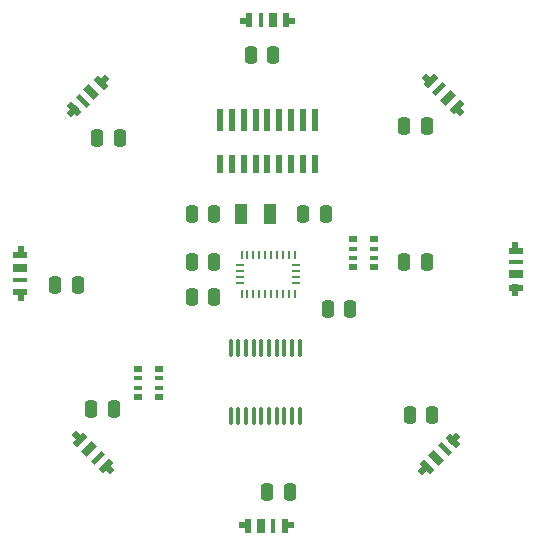
<source format=gbr>
%TF.GenerationSoftware,KiCad,Pcbnew,8.0.0*%
%TF.CreationDate,2024-05-13T13:59:27-05:00*%
%TF.ProjectId,GaussMouse_Sensor,47617573-734d-46f7-9573-655f53656e73,rev?*%
%TF.SameCoordinates,Original*%
%TF.FileFunction,Paste,Top*%
%TF.FilePolarity,Positive*%
%FSLAX46Y46*%
G04 Gerber Fmt 4.6, Leading zero omitted, Abs format (unit mm)*
G04 Created by KiCad (PCBNEW 8.0.0) date 2024-05-13 13:59:27*
%MOMM*%
%LPD*%
G01*
G04 APERTURE LIST*
G04 Aperture macros list*
%AMRoundRect*
0 Rectangle with rounded corners*
0 $1 Rounding radius*
0 $2 $3 $4 $5 $6 $7 $8 $9 X,Y pos of 4 corners*
0 Add a 4 corners polygon primitive as box body*
4,1,4,$2,$3,$4,$5,$6,$7,$8,$9,$2,$3,0*
0 Add four circle primitives for the rounded corners*
1,1,$1+$1,$2,$3*
1,1,$1+$1,$4,$5*
1,1,$1+$1,$6,$7*
1,1,$1+$1,$8,$9*
0 Add four rect primitives between the rounded corners*
20,1,$1+$1,$2,$3,$4,$5,0*
20,1,$1+$1,$4,$5,$6,$7,0*
20,1,$1+$1,$6,$7,$8,$9,0*
20,1,$1+$1,$8,$9,$2,$3,0*%
%AMRotRect*
0 Rectangle, with rotation*
0 The origin of the aperture is its center*
0 $1 length*
0 $2 width*
0 $3 Rotation angle, in degrees counterclockwise*
0 Add horizontal line*
21,1,$1,$2,0,0,$3*%
G04 Aperture macros list end*
%ADD10R,0.600000X1.650000*%
%ADD11R,0.600000X1.850000*%
%ADD12R,1.000000X1.800000*%
%ADD13RoundRect,0.100000X-0.100000X0.637500X-0.100000X-0.637500X0.100000X-0.637500X0.100000X0.637500X0*%
%ADD14R,0.254000X0.675000*%
%ADD15R,0.675000X0.254000*%
%ADD16R,0.800000X0.500000*%
%ADD17R,0.800000X0.400000*%
%ADD18RotRect,1.000000X0.550000X225.000000*%
%ADD19RotRect,0.550000X1.200000X225.000000*%
%ADD20RotRect,0.700000X1.200000X225.000000*%
%ADD21RotRect,0.450000X1.200000X225.000000*%
%ADD22R,1.000000X0.550000*%
%ADD23R,0.550000X1.200000*%
%ADD24R,0.700000X1.200000*%
%ADD25R,0.450000X1.200000*%
%ADD26RotRect,1.000000X0.550000X135.000000*%
%ADD27RotRect,0.550000X1.200000X135.000000*%
%ADD28RotRect,0.450000X1.200000X135.000000*%
%ADD29RotRect,0.700000X1.200000X135.000000*%
%ADD30R,0.550000X1.000000*%
%ADD31R,1.200000X0.550000*%
%ADD32R,1.200000X0.700000*%
%ADD33R,1.200000X0.450000*%
%ADD34RotRect,1.000000X0.550000X45.000000*%
%ADD35RotRect,0.550000X1.200000X45.000000*%
%ADD36RotRect,0.450000X1.200000X45.000000*%
%ADD37RotRect,0.700000X1.200000X45.000000*%
%ADD38RotRect,1.000000X0.550000X315.000000*%
%ADD39RotRect,0.550000X1.200000X315.000000*%
%ADD40RotRect,0.700000X1.200000X315.000000*%
%ADD41RotRect,0.450000X1.200000X315.000000*%
%ADD42RoundRect,0.250000X0.250000X0.475000X-0.250000X0.475000X-0.250000X-0.475000X0.250000X-0.475000X0*%
%ADD43RoundRect,0.250000X-0.250000X-0.475000X0.250000X-0.475000X0.250000X0.475000X-0.250000X0.475000X0*%
G04 APERTURE END LIST*
D10*
%TO.C,J4*%
X133999999Y-84750000D03*
D11*
X133999999Y-81000000D03*
D10*
X135000000Y-84750000D03*
D11*
X135000000Y-81000000D03*
D10*
X136000000Y-84750000D03*
D11*
X136000000Y-81000000D03*
D10*
X137000000Y-84750000D03*
D11*
X137000000Y-81000000D03*
D10*
X137999984Y-84750000D03*
D11*
X137999984Y-81000000D03*
D10*
X139000000Y-84750000D03*
D11*
X139000000Y-81000000D03*
D10*
X140000000Y-84750000D03*
D11*
X140000000Y-81000000D03*
D10*
X141000000Y-84750000D03*
D11*
X141000000Y-81000000D03*
D10*
X142000000Y-84750000D03*
D11*
X142000000Y-81000000D03*
%TD*%
D12*
%TO.C,Y1*%
X138250000Y-89000000D03*
X135750000Y-89000000D03*
%TD*%
D13*
%TO.C,U2*%
X140737500Y-100325000D03*
X140087500Y-100325000D03*
X139437500Y-100325000D03*
X138787500Y-100325000D03*
X138137500Y-100325000D03*
X137487500Y-100325000D03*
X136837500Y-100325000D03*
X136187500Y-100325000D03*
X135537500Y-100325000D03*
X134887500Y-100325000D03*
X134887500Y-106050000D03*
X135537500Y-106050000D03*
X136187500Y-106050000D03*
X136837500Y-106050000D03*
X137487500Y-106050000D03*
X138137500Y-106050000D03*
X138787500Y-106050000D03*
X139437500Y-106050000D03*
X140087500Y-106050000D03*
X140737500Y-106050000D03*
%TD*%
D14*
%TO.C,U1*%
X135807500Y-92410000D03*
D15*
X135670000Y-93322500D03*
X135670000Y-93822500D03*
X135670000Y-94322500D03*
X135670000Y-94822500D03*
D14*
X135807500Y-95735000D03*
X136307500Y-95735000D03*
X136807500Y-95735000D03*
X137307500Y-95735000D03*
X137807500Y-95735000D03*
X138307500Y-95735000D03*
X138807500Y-95735000D03*
X139307500Y-95735000D03*
X139807500Y-95735000D03*
X140307500Y-95735000D03*
D15*
X140445000Y-94822500D03*
X140445000Y-94322500D03*
X140445000Y-93822500D03*
X140445000Y-93322500D03*
D14*
X140307500Y-92410000D03*
X139807500Y-92410000D03*
X139307500Y-92410000D03*
X138807500Y-92410000D03*
X138307500Y-92410000D03*
X137807500Y-92410000D03*
X137307500Y-92410000D03*
X136807500Y-92410000D03*
X136307500Y-92410000D03*
%TD*%
D16*
%TO.C,RN2*%
X128800000Y-104500000D03*
D17*
X128800000Y-103700000D03*
X128800000Y-102900000D03*
D16*
X128800000Y-102100000D03*
X127000000Y-102100000D03*
D17*
X127000000Y-102900000D03*
X127000000Y-103700000D03*
D16*
X127000000Y-104500000D03*
%TD*%
%TO.C,RN1*%
X145200000Y-91100000D03*
D17*
X145200000Y-91900000D03*
X145200000Y-92700000D03*
D16*
X145200000Y-93500000D03*
X147000000Y-93500000D03*
D17*
X147000000Y-92700000D03*
X147000000Y-91900000D03*
D16*
X147000000Y-91100000D03*
%TD*%
D18*
%TO.C,D5*%
X124077656Y-77748023D03*
D19*
X123865524Y-77854089D03*
D20*
X123070028Y-78649584D03*
D21*
X122345244Y-79374368D03*
D19*
X121638137Y-80081475D03*
D18*
X121525000Y-80286536D03*
%TD*%
D22*
%TO.C,D4*%
X139800000Y-72600000D03*
D23*
X139575000Y-72525000D03*
D24*
X138450000Y-72525000D03*
D25*
X137425000Y-72525000D03*
D23*
X136425000Y-72525000D03*
D22*
X136200000Y-72590000D03*
%TD*%
D26*
%TO.C,D3*%
X151628464Y-77599530D03*
D27*
X151833525Y-77712667D03*
D28*
X152540632Y-78419774D03*
D29*
X153265416Y-79144558D03*
D27*
X154060911Y-79940054D03*
D26*
X154166977Y-80152186D03*
%TD*%
D30*
%TO.C,D2*%
X158950000Y-95440000D03*
D31*
X159025000Y-95215000D03*
D32*
X159025000Y-94090000D03*
D33*
X159025000Y-93065000D03*
D31*
X159025000Y-92065000D03*
D30*
X158960000Y-91840000D03*
%TD*%
D34*
%TO.C,D1*%
X153815470Y-107993464D03*
D35*
X153702333Y-108198525D03*
D36*
X152995226Y-108905632D03*
D37*
X152270442Y-109630416D03*
D35*
X151474946Y-110425911D03*
D34*
X151262814Y-110531977D03*
%TD*%
D22*
%TO.C,D8*%
X136125000Y-115305000D03*
D23*
X136350000Y-115380000D03*
D24*
X137475000Y-115380000D03*
D25*
X138500000Y-115380000D03*
D23*
X139500000Y-115380000D03*
D22*
X139725000Y-115315000D03*
%TD*%
D38*
%TO.C,D7*%
X121986487Y-107890000D03*
D39*
X122092553Y-108102132D03*
D40*
X122888048Y-108897628D03*
D41*
X123612832Y-109622412D03*
D39*
X124319939Y-110329519D03*
D38*
X124525000Y-110442656D03*
%TD*%
D30*
%TO.C,D6*%
X117110000Y-92190000D03*
D31*
X117035000Y-92415000D03*
D32*
X117035000Y-93540000D03*
D33*
X117035000Y-94565000D03*
D31*
X117035000Y-95565000D03*
D30*
X117100000Y-95790000D03*
%TD*%
D42*
%TO.C,C13*%
X151950000Y-106000000D03*
X150050000Y-106000000D03*
%TD*%
%TO.C,C12*%
X139900000Y-112500000D03*
X138000000Y-112500000D03*
%TD*%
D43*
%TO.C,C11*%
X123100000Y-105500000D03*
X125000000Y-105500000D03*
%TD*%
%TO.C,C10*%
X143100000Y-97000000D03*
X145000000Y-97000000D03*
%TD*%
D42*
%TO.C,C9*%
X133500000Y-96000000D03*
X131600000Y-96000000D03*
%TD*%
%TO.C,C8*%
X133500000Y-93000000D03*
X131600000Y-93000000D03*
%TD*%
%TO.C,C7*%
X133500000Y-89000000D03*
X131600000Y-89000000D03*
%TD*%
D43*
%TO.C,C6*%
X141050000Y-89000000D03*
X142950000Y-89000000D03*
%TD*%
D42*
%TO.C,C5*%
X121950000Y-95000000D03*
X120050000Y-95000000D03*
%TD*%
%TO.C,C4*%
X125500000Y-82500000D03*
X123600000Y-82500000D03*
%TD*%
D43*
%TO.C,C3*%
X136600000Y-75500000D03*
X138500000Y-75500000D03*
%TD*%
%TO.C,C2*%
X149600000Y-81500000D03*
X151500000Y-81500000D03*
%TD*%
%TO.C,C1*%
X149600000Y-93000000D03*
X151500000Y-93000000D03*
%TD*%
M02*

</source>
